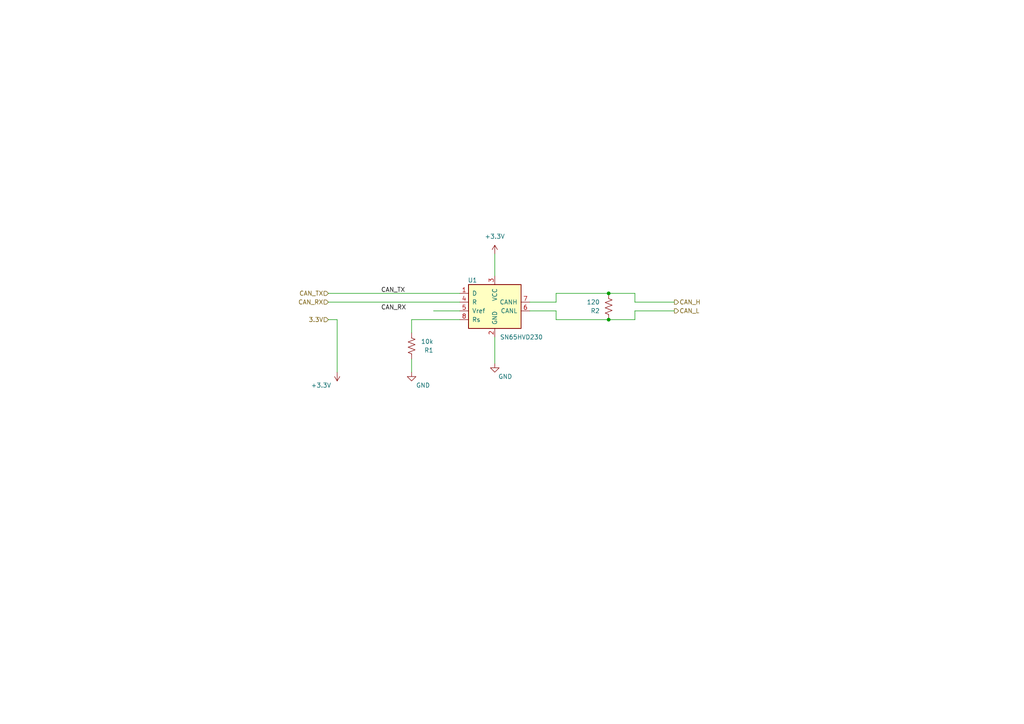
<source format=kicad_sch>
(kicad_sch (version 20230121) (generator eeschema)
  (paper "A4")
  (lib_symbols
    (symbol "Device:R_US" (pin_numbers hide) (pin_names (offset 0))
      (property "Reference" "R" (at 2.54 0 90))
      (property "Value" "R_US" (at -2.54 0 90))
      (symbol "R_US_0_1"
        (polyline (pts (xy 0 -2.286) (xy 0 -2.54)))
        (polyline (pts (xy 0 2.286) (xy 0 2.54)))
        (polyline (pts (xy 0 -0.762) (xy 1.016 -1.143) (xy 0 -1.524) (xy -1.016 -1.905) (xy 0 -2.286)))
        (polyline (pts (xy 0 0.762) (xy 1.016 0.381) (xy 0 0) (xy -1.016 -0.381) (xy 0 -0.762)))
        (polyline (pts (xy 0 2.286) (xy 1.016 1.905) (xy 0 1.524) (xy -1.016 1.143) (xy 0 0.762)))
      )
      (symbol "R_US_1_1"
        (pin passive line (at 0 3.81 270) (length 1.27) (name "~") (number "1"))
        (pin passive line (at 0 -3.81 90) (length 1.27) (name "~") (number "2"))
      )
    )
    (symbol "Interface_CAN_LIN:SN65HVD230" (pin_names (offset 1.016))
      (property "Reference" "U" (at -2.54 10.16 0))
      (property "Value" "SN65HVD230" (at -2.54 7.62 0))
      (symbol "SN65HVD230_0_1"
        (rectangle (start -7.62 5.08) (end 7.62 -7.62) (stroke (width 0.254)) (fill (type background)))
      )
      (symbol "SN65HVD230_1_1"
        (pin input line (at -10.16 2.54 0) (length 2.54) (name "D") (number "1"))
        (pin power_in line (at 0 -10.16 90) (length 2.54) (name "GND") (number "2"))
        (pin power_in line (at 0 7.62 270) (length 2.54) (name "VCC") (number "3"))
        (pin output line (at -10.16 0 0) (length 2.54) (name "R") (number "4"))
        (pin output line (at -10.16 -2.54 0) (length 2.54) (name "Vref") (number "5"))
        (pin bidirectional line (at 10.16 -2.54 180) (length 2.54) (name "CANL") (number "6"))
        (pin bidirectional line (at 10.16 0 180) (length 2.54) (name "CANH") (number "7"))
        (pin input line (at -10.16 -5.08 0) (length 2.54) (name "Rs") (number "8"))
      )
    )
    (symbol "power:+3.3V" (power) (pin_names (offset 0))
      (property "Value" "+3.3V" (at 0 3.556 0))
      (symbol "+3.3V_0_1"
        (polyline (pts (xy -0.762 1.27) (xy 0 2.54)))
        (polyline (pts (xy 0 0) (xy 0 2.54)))
        (polyline (pts (xy 0 2.54) (xy 0.762 1.27)))
      )
      (symbol "+3.3V_1_1"
        (pin power_in line (at 0 0 90) (length 0) hide (name "+3.3V") (number "1"))
      )
    )
    (symbol "power:GND" (power) (pin_names (offset 0))
      (property "Value" "GND" (at 0 -3.81 0))
      (symbol "GND_0_1"
        (polyline (pts (xy 0 0) (xy 0 -1.27) (xy 1.27 -1.27) (xy 0 -2.54) (xy -1.27 -1.27) (xy 0 -1.27)))
      )
      (symbol "GND_1_1"
        (pin power_in line (at 0 0 270) (length 0) hide (name "GND") (number "1"))
      )
    )
  )
  (junction (at 176.53 92.71))
  (junction (at 176.53 85.09))
  (wire (pts (xy 97.79 92.71) (xy 97.79 107.95)))
  (wire (pts (xy 176.53 85.09) (xy 161.29 85.09)))
  (wire (pts (xy 161.29 87.63) (xy 161.29 85.09)))
  (wire (pts (xy 119.38 96.52) (xy 119.38 92.71)))
  (wire (pts (xy 184.15 90.17) (xy 184.15 92.71)))
  (wire (pts (xy 184.15 90.17) (xy 195.58 90.17)))
  (wire (pts (xy 95.25 85.09) (xy 133.35 85.09)))
  (wire (pts (xy 143.51 80.01) (xy 143.51 73.66)))
  (wire (pts (xy 184.15 87.63) (xy 184.15 85.09)))
  (wire (pts (xy 153.67 87.63) (xy 161.29 87.63)))
  (wire (pts (xy 95.25 92.71) (xy 97.79 92.71)))
  (wire (pts (xy 184.15 85.09) (xy 176.53 85.09)))
  (wire (pts (xy 184.15 92.71) (xy 176.53 92.71)))
  (wire (pts (xy 125.73 90.17) (xy 133.35 90.17)))
  (wire (pts (xy 176.53 92.71) (xy 161.29 92.71)))
  (wire (pts (xy 184.15 87.63) (xy 195.58 87.63)))
  (wire (pts (xy 95.25 87.63) (xy 133.35 87.63)))
  (wire (pts (xy 153.67 90.17) (xy 161.29 90.17)))
  (wire (pts (xy 133.35 92.71) (xy 119.38 92.71)))
  (wire (pts (xy 161.29 90.17) (xy 161.29 92.71)))
  (wire (pts (xy 119.38 104.14) (xy 119.38 107.95)))
  (wire (pts (xy 143.51 105.41) (xy 143.51 97.79)))
  (label "CAN_RX" (at 110.49 90.17 0))
  (label "CAN_TX" (at 110.49 85.09 0))
  (hierarchical_label "3.3V" (shape input) (at 95.25 92.71 180))
  (hierarchical_label "CAN_TX" (shape input) (at 95.25 85.09 180))
  (hierarchical_label "CAN_H" (shape output) (at 195.58 87.63 0))
  (hierarchical_label "CAN_RX" (shape input) (at 95.25 87.63 180))
  (hierarchical_label "CAN_L" (shape output) (at 195.58 90.17 0))
  (symbol (lib_id "power:+3.3V") (at 97.79 107.95 180) (unit 1)
    (property "Reference" "#PWR?" (effects hide))
    (property "Value" "+3.3V" (at 90.17 111.76 0) (effects (justify right)))
    (instances (project "can_tran" (path "" (reference "#PWR?") (unit 1))) (project "PersonalDataPCB" (path "" (reference "#PWR027") (unit 1))))
  )
  (symbol (lib_id "power:GND") (at 143.51 105.41 0) (unit 1)
    (property "Reference" "#PWR?" (effects hide))
    (property "Value" "GND" (at 148.59 109.22 0) (effects (justify right)))
    (instances (project "can_tran" (path "" (reference "#PWR?") (unit 1))) (project "PersonalDataPCB" (path "" (reference "#PWR030") (unit 1))))
  )
  (symbol (lib_id "Device:R_US") (at 119.38 100.33 180) (unit 1)
    (property "Reference" "R1" (at 125.73 101.6 0) (effects (justify left)))
    (property "Value" "10k" (at 125.73 99.06 0) (effects (justify left)))
    (property "Footprint" "Resistor_SMD:R_0805_2012Metric" (effects hide))
    (instances (project "can_tran" (path "" (reference "R1") (unit 1))) (project "PersonalDataPCB" (path "" (reference "R12") (unit 1))))
  )
  (symbol (lib_id "power:+3.3V") (at 143.51 73.66 0) (unit 1)
    (property "Reference" "#PWR?" (effects hide))
    (property "Value" "+3.3V" (at 143.51 68.58 0))
    (instances (project "can_tran" (path "" (reference "#PWR?") (unit 1))) (project "PersonalDataPCB" (path "" (reference "#PWR029") (unit 1))))
  )
  (symbol (lib_id "Device:R_US") (at 176.53 88.9 180) (unit 1)
    (property "Reference" "R2" (at 173.99 90.1701 0) (effects (justify left)))
    (property "Value" "120" (at 173.99 87.6301 0) (effects (justify left)))
    (property "Footprint" "Resistor_SMD:R_0805_2012Metric" (effects hide))
    (instances (project "can_tran" (path "" (reference "R2") (unit 1))) (project "PersonalDataPCB" (path "" (reference "R13") (unit 1))))
  )
  (symbol (lib_id "Interface_CAN_LIN:SN65HVD230") (at 143.51 87.63 0) (unit 1)
    (property "Reference" "U1" (at 138.43 81.28 0) (effects (justify right)))
    (property "Value" "SN65HVD230" (at 157.48 97.79 0) (effects (justify right)))
    (property "Footprint" "Package_SO:SOIC-8_3.9x4.9mm_P1.27mm" (effects hide))
    (property "Datasheet" "http://www.ti.com/lit/ds/symlink/sn65hvd230.pdf" (effects hide))
    (instances (project "can_tran" (path "" (reference "U1") (unit 1))) (project "PersonalDataPCB" (path "" (reference "U5") (unit 1))))
  )
  (symbol (lib_id "power:GND") (at 119.38 107.95 0) (unit 1)
    (property "Reference" "#PWR?" (effects hide))
    (property "Value" "GND" (at 120.65 111.76 0) (effects (justify left)))
    (instances (project "can_tran" (path "" (reference "#PWR?") (unit 1))) (project "PersonalDataPCB" (path "" (reference "#PWR028") (unit 1))))
  )
)
</source>
